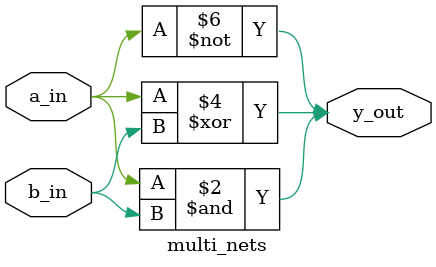
<source format=v>
`timescale 1ns / 1ps


module multi_nets(
                input a_in,
                input b_in,
                output reg y_out
                );

//    assign y_out = ~a_in;                
    
    always@*
    begin
        y_out = a_in & b_in;
    end
    
    always@*
    begin
        y_out = a_in ^ b_in;
    end
    
    always@*
    begin
        y_out = ~a_in;
    end
    
endmodule

</source>
